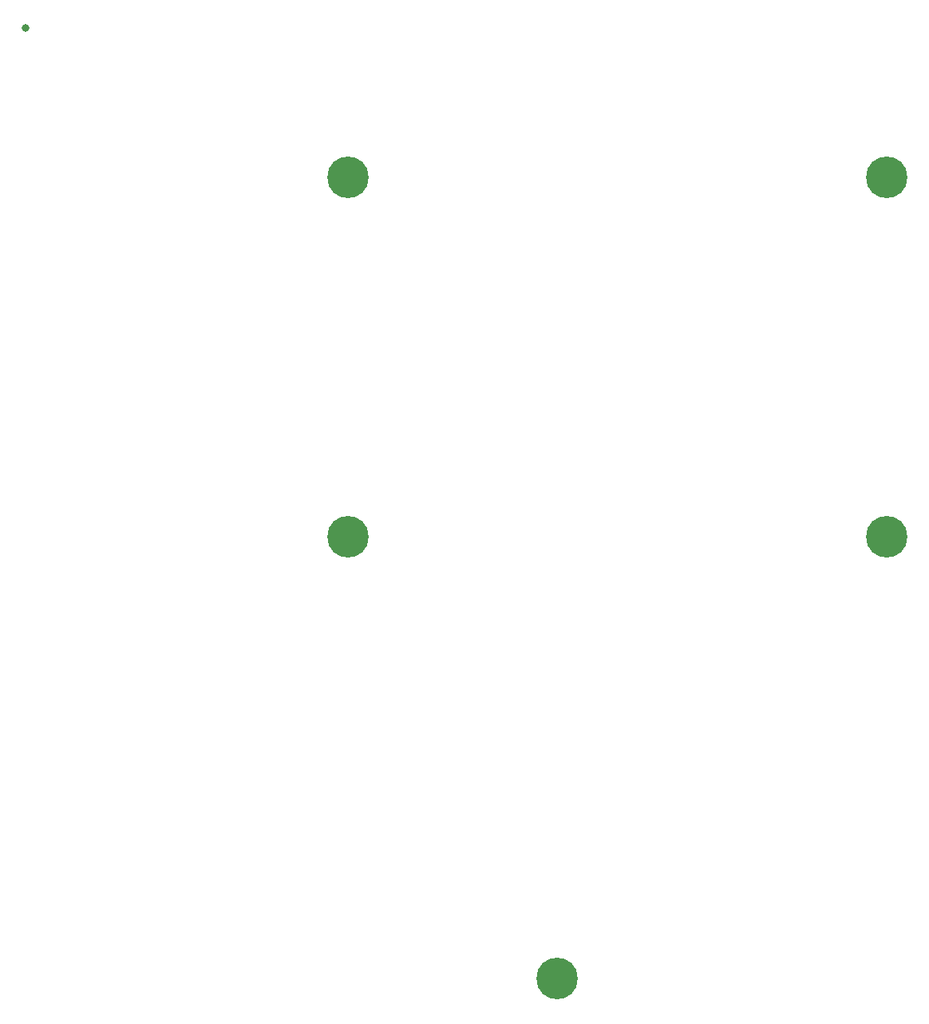
<source format=gbr>
G04 #@! TF.GenerationSoftware,KiCad,Pcbnew,(5.1.4)-1*
G04 #@! TF.CreationDate,2022-03-17T15:51:27-07:00*
G04 #@! TF.ProjectId,Bottom Plate,426f7474-6f6d-4205-906c-6174652e6b69,rev?*
G04 #@! TF.SameCoordinates,Original*
G04 #@! TF.FileFunction,Copper,L2,Bot*
G04 #@! TF.FilePolarity,Positive*
%FSLAX46Y46*%
G04 Gerber Fmt 4.6, Leading zero omitted, Abs format (unit mm)*
G04 Created by KiCad (PCBNEW (5.1.4)-1) date 2022-03-17 15:51:27*
%MOMM*%
%LPD*%
G04 APERTURE LIST*
%ADD10C,0.700000*%
%ADD11C,4.400000*%
%ADD12C,0.800000*%
G04 APERTURE END LIST*
D10*
X138485476Y-49633274D03*
X137318750Y-49150000D03*
X136152024Y-49633274D03*
X135668750Y-50800000D03*
X136152024Y-51966726D03*
X137318750Y-52450000D03*
X138485476Y-51966726D03*
X138968750Y-50800000D03*
D11*
X137318750Y-50800000D03*
D10*
X195635476Y-49633274D03*
X194468750Y-49150000D03*
X193302024Y-49633274D03*
X192818750Y-50800000D03*
X193302024Y-51966726D03*
X194468750Y-52450000D03*
X195635476Y-51966726D03*
X196118750Y-50800000D03*
D11*
X194468750Y-50800000D03*
D10*
X195635476Y-87733274D03*
X194468750Y-87250000D03*
X193302024Y-87733274D03*
X192818750Y-88900000D03*
X193302024Y-90066726D03*
X194468750Y-90550000D03*
X195635476Y-90066726D03*
X196118750Y-88900000D03*
D11*
X194468750Y-88900000D03*
D10*
X138485476Y-87733274D03*
X137318750Y-87250000D03*
X136152024Y-87733274D03*
X135668750Y-88900000D03*
X136152024Y-90066726D03*
X137318750Y-90550000D03*
X138485476Y-90066726D03*
X138968750Y-88900000D03*
D11*
X137318750Y-88900000D03*
D10*
X160710476Y-134564524D03*
X159543750Y-134081250D03*
X158377024Y-134564524D03*
X157893750Y-135731250D03*
X158377024Y-136897976D03*
X159543750Y-137381250D03*
X160710476Y-136897976D03*
X161193750Y-135731250D03*
D11*
X159543750Y-135731250D03*
D12*
X103187500Y-34925000D03*
M02*

</source>
